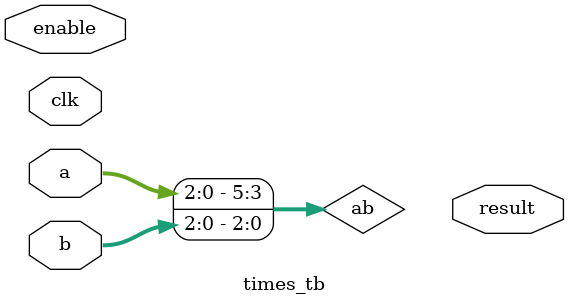
<source format=v>
`timescale 1ns/100ps

module times_tb(
  input clk,
  input [2:0] a,
  input [2:0] b,
  input enable,
  output [5:0] result
  );

  wire [5:0] ab;

  assign ab = {a,b};


//  mybram lookup_table (
//  .clka(clk),     // input wire clka
//  .ena(enable),   // input wire ena
//  .wea(0),      // input wire [0 : 0] wea
//  .addra(ab),     // input wire [5 : 0] addra
//  .dina(result),    // input wire [5 : 0] dina
//  .douta(result)  // output wire [4 : 0] douta
//);
	
endmodule


</source>
